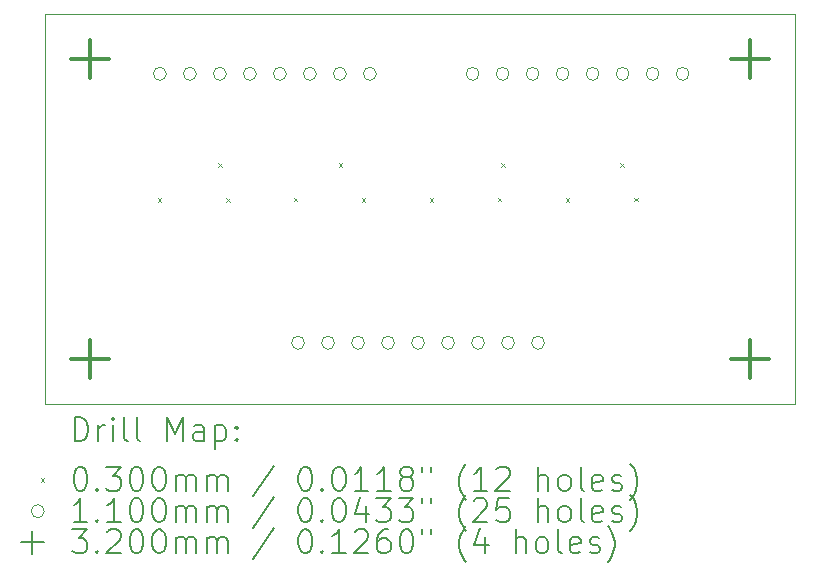
<source format=gbr>
%TF.GenerationSoftware,KiCad,Pcbnew,(6.0.7)*%
%TF.CreationDate,2023-06-29T10:47:57-07:00*%
%TF.ProjectId,Solenoid Board Ground Systems,536f6c65-6e6f-4696-9420-426f61726420,rev?*%
%TF.SameCoordinates,Original*%
%TF.FileFunction,Drillmap*%
%TF.FilePolarity,Positive*%
%FSLAX45Y45*%
G04 Gerber Fmt 4.5, Leading zero omitted, Abs format (unit mm)*
G04 Created by KiCad (PCBNEW (6.0.7)) date 2023-06-29 10:47:57*
%MOMM*%
%LPD*%
G01*
G04 APERTURE LIST*
%ADD10C,0.100000*%
%ADD11C,0.200000*%
%ADD12C,0.030000*%
%ADD13C,0.110000*%
%ADD14C,0.320000*%
G04 APERTURE END LIST*
D10*
X2540000Y-2540000D02*
X8890000Y-2540000D01*
X8890000Y-2540000D02*
X8890000Y-5842000D01*
X8890000Y-5842000D02*
X2540000Y-5842000D01*
X2540000Y-5842000D02*
X2540000Y-2540000D01*
D11*
D12*
X3497500Y-4100000D02*
X3527500Y-4130000D01*
X3527500Y-4100000D02*
X3497500Y-4130000D01*
X4009950Y-3804642D02*
X4039950Y-3834642D01*
X4039950Y-3804642D02*
X4009950Y-3834642D01*
X4075000Y-4100000D02*
X4105000Y-4130000D01*
X4105000Y-4100000D02*
X4075000Y-4130000D01*
X4647500Y-4097500D02*
X4677500Y-4127500D01*
X4677500Y-4097500D02*
X4647500Y-4127500D01*
X5027450Y-3805000D02*
X5057450Y-3835000D01*
X5057450Y-3805000D02*
X5027450Y-3835000D01*
X5222500Y-4100000D02*
X5252500Y-4130000D01*
X5252500Y-4100000D02*
X5222500Y-4130000D01*
X5800000Y-4100000D02*
X5830000Y-4130000D01*
X5830000Y-4100000D02*
X5800000Y-4130000D01*
X6375000Y-4097500D02*
X6405000Y-4127500D01*
X6405000Y-4097500D02*
X6375000Y-4127500D01*
X6402450Y-3805000D02*
X6432450Y-3835000D01*
X6432450Y-3805000D02*
X6402450Y-3835000D01*
X6950000Y-4100000D02*
X6980000Y-4130000D01*
X6980000Y-4100000D02*
X6950000Y-4130000D01*
X7412500Y-3805000D02*
X7442500Y-3835000D01*
X7442500Y-3805000D02*
X7412500Y-3835000D01*
X7530000Y-4097500D02*
X7560000Y-4127500D01*
X7560000Y-4097500D02*
X7530000Y-4127500D01*
D13*
X3569000Y-3048000D02*
G75*
G03*
X3569000Y-3048000I-55000J0D01*
G01*
X3823000Y-3048000D02*
G75*
G03*
X3823000Y-3048000I-55000J0D01*
G01*
X4077000Y-3048000D02*
G75*
G03*
X4077000Y-3048000I-55000J0D01*
G01*
X4331000Y-3048000D02*
G75*
G03*
X4331000Y-3048000I-55000J0D01*
G01*
X4585000Y-3048000D02*
G75*
G03*
X4585000Y-3048000I-55000J0D01*
G01*
X4739000Y-5325000D02*
G75*
G03*
X4739000Y-5325000I-55000J0D01*
G01*
X4839000Y-3048000D02*
G75*
G03*
X4839000Y-3048000I-55000J0D01*
G01*
X4993000Y-5325000D02*
G75*
G03*
X4993000Y-5325000I-55000J0D01*
G01*
X5093000Y-3048000D02*
G75*
G03*
X5093000Y-3048000I-55000J0D01*
G01*
X5247000Y-5325000D02*
G75*
G03*
X5247000Y-5325000I-55000J0D01*
G01*
X5347000Y-3048000D02*
G75*
G03*
X5347000Y-3048000I-55000J0D01*
G01*
X5501000Y-5325000D02*
G75*
G03*
X5501000Y-5325000I-55000J0D01*
G01*
X5755000Y-5325000D02*
G75*
G03*
X5755000Y-5325000I-55000J0D01*
G01*
X6009000Y-5325000D02*
G75*
G03*
X6009000Y-5325000I-55000J0D01*
G01*
X6217040Y-3048000D02*
G75*
G03*
X6217040Y-3048000I-55000J0D01*
G01*
X6263000Y-5325000D02*
G75*
G03*
X6263000Y-5325000I-55000J0D01*
G01*
X6471040Y-3048000D02*
G75*
G03*
X6471040Y-3048000I-55000J0D01*
G01*
X6517000Y-5325000D02*
G75*
G03*
X6517000Y-5325000I-55000J0D01*
G01*
X6725040Y-3048000D02*
G75*
G03*
X6725040Y-3048000I-55000J0D01*
G01*
X6771000Y-5325000D02*
G75*
G03*
X6771000Y-5325000I-55000J0D01*
G01*
X6979040Y-3048000D02*
G75*
G03*
X6979040Y-3048000I-55000J0D01*
G01*
X7233040Y-3048000D02*
G75*
G03*
X7233040Y-3048000I-55000J0D01*
G01*
X7487040Y-3048000D02*
G75*
G03*
X7487040Y-3048000I-55000J0D01*
G01*
X7741040Y-3048000D02*
G75*
G03*
X7741040Y-3048000I-55000J0D01*
G01*
X7995040Y-3048000D02*
G75*
G03*
X7995040Y-3048000I-55000J0D01*
G01*
D14*
X2921000Y-2761000D02*
X2921000Y-3081000D01*
X2761000Y-2921000D02*
X3081000Y-2921000D01*
X2921000Y-5301000D02*
X2921000Y-5621000D01*
X2761000Y-5461000D02*
X3081000Y-5461000D01*
X8509000Y-2761000D02*
X8509000Y-3081000D01*
X8349000Y-2921000D02*
X8669000Y-2921000D01*
X8509000Y-5301000D02*
X8509000Y-5621000D01*
X8349000Y-5461000D02*
X8669000Y-5461000D01*
D11*
X2792619Y-6157476D02*
X2792619Y-5957476D01*
X2840238Y-5957476D01*
X2868809Y-5967000D01*
X2887857Y-5986048D01*
X2897381Y-6005095D01*
X2906905Y-6043190D01*
X2906905Y-6071762D01*
X2897381Y-6109857D01*
X2887857Y-6128905D01*
X2868809Y-6147952D01*
X2840238Y-6157476D01*
X2792619Y-6157476D01*
X2992619Y-6157476D02*
X2992619Y-6024143D01*
X2992619Y-6062238D02*
X3002143Y-6043190D01*
X3011667Y-6033667D01*
X3030714Y-6024143D01*
X3049762Y-6024143D01*
X3116428Y-6157476D02*
X3116428Y-6024143D01*
X3116428Y-5957476D02*
X3106905Y-5967000D01*
X3116428Y-5976524D01*
X3125952Y-5967000D01*
X3116428Y-5957476D01*
X3116428Y-5976524D01*
X3240238Y-6157476D02*
X3221190Y-6147952D01*
X3211667Y-6128905D01*
X3211667Y-5957476D01*
X3345000Y-6157476D02*
X3325952Y-6147952D01*
X3316428Y-6128905D01*
X3316428Y-5957476D01*
X3573571Y-6157476D02*
X3573571Y-5957476D01*
X3640238Y-6100333D01*
X3706905Y-5957476D01*
X3706905Y-6157476D01*
X3887857Y-6157476D02*
X3887857Y-6052714D01*
X3878333Y-6033667D01*
X3859286Y-6024143D01*
X3821190Y-6024143D01*
X3802143Y-6033667D01*
X3887857Y-6147952D02*
X3868809Y-6157476D01*
X3821190Y-6157476D01*
X3802143Y-6147952D01*
X3792619Y-6128905D01*
X3792619Y-6109857D01*
X3802143Y-6090809D01*
X3821190Y-6081286D01*
X3868809Y-6081286D01*
X3887857Y-6071762D01*
X3983095Y-6024143D02*
X3983095Y-6224143D01*
X3983095Y-6033667D02*
X4002143Y-6024143D01*
X4040238Y-6024143D01*
X4059286Y-6033667D01*
X4068809Y-6043190D01*
X4078333Y-6062238D01*
X4078333Y-6119381D01*
X4068809Y-6138428D01*
X4059286Y-6147952D01*
X4040238Y-6157476D01*
X4002143Y-6157476D01*
X3983095Y-6147952D01*
X4164048Y-6138428D02*
X4173571Y-6147952D01*
X4164048Y-6157476D01*
X4154524Y-6147952D01*
X4164048Y-6138428D01*
X4164048Y-6157476D01*
X4164048Y-6033667D02*
X4173571Y-6043190D01*
X4164048Y-6052714D01*
X4154524Y-6043190D01*
X4164048Y-6033667D01*
X4164048Y-6052714D01*
D12*
X2505000Y-6472000D02*
X2535000Y-6502000D01*
X2535000Y-6472000D02*
X2505000Y-6502000D01*
D11*
X2830714Y-6377476D02*
X2849762Y-6377476D01*
X2868809Y-6387000D01*
X2878333Y-6396524D01*
X2887857Y-6415571D01*
X2897381Y-6453667D01*
X2897381Y-6501286D01*
X2887857Y-6539381D01*
X2878333Y-6558428D01*
X2868809Y-6567952D01*
X2849762Y-6577476D01*
X2830714Y-6577476D01*
X2811667Y-6567952D01*
X2802143Y-6558428D01*
X2792619Y-6539381D01*
X2783095Y-6501286D01*
X2783095Y-6453667D01*
X2792619Y-6415571D01*
X2802143Y-6396524D01*
X2811667Y-6387000D01*
X2830714Y-6377476D01*
X2983095Y-6558428D02*
X2992619Y-6567952D01*
X2983095Y-6577476D01*
X2973571Y-6567952D01*
X2983095Y-6558428D01*
X2983095Y-6577476D01*
X3059286Y-6377476D02*
X3183095Y-6377476D01*
X3116428Y-6453667D01*
X3145000Y-6453667D01*
X3164048Y-6463190D01*
X3173571Y-6472714D01*
X3183095Y-6491762D01*
X3183095Y-6539381D01*
X3173571Y-6558428D01*
X3164048Y-6567952D01*
X3145000Y-6577476D01*
X3087857Y-6577476D01*
X3068809Y-6567952D01*
X3059286Y-6558428D01*
X3306905Y-6377476D02*
X3325952Y-6377476D01*
X3345000Y-6387000D01*
X3354524Y-6396524D01*
X3364048Y-6415571D01*
X3373571Y-6453667D01*
X3373571Y-6501286D01*
X3364048Y-6539381D01*
X3354524Y-6558428D01*
X3345000Y-6567952D01*
X3325952Y-6577476D01*
X3306905Y-6577476D01*
X3287857Y-6567952D01*
X3278333Y-6558428D01*
X3268809Y-6539381D01*
X3259286Y-6501286D01*
X3259286Y-6453667D01*
X3268809Y-6415571D01*
X3278333Y-6396524D01*
X3287857Y-6387000D01*
X3306905Y-6377476D01*
X3497381Y-6377476D02*
X3516428Y-6377476D01*
X3535476Y-6387000D01*
X3545000Y-6396524D01*
X3554524Y-6415571D01*
X3564048Y-6453667D01*
X3564048Y-6501286D01*
X3554524Y-6539381D01*
X3545000Y-6558428D01*
X3535476Y-6567952D01*
X3516428Y-6577476D01*
X3497381Y-6577476D01*
X3478333Y-6567952D01*
X3468809Y-6558428D01*
X3459286Y-6539381D01*
X3449762Y-6501286D01*
X3449762Y-6453667D01*
X3459286Y-6415571D01*
X3468809Y-6396524D01*
X3478333Y-6387000D01*
X3497381Y-6377476D01*
X3649762Y-6577476D02*
X3649762Y-6444143D01*
X3649762Y-6463190D02*
X3659286Y-6453667D01*
X3678333Y-6444143D01*
X3706905Y-6444143D01*
X3725952Y-6453667D01*
X3735476Y-6472714D01*
X3735476Y-6577476D01*
X3735476Y-6472714D02*
X3745000Y-6453667D01*
X3764048Y-6444143D01*
X3792619Y-6444143D01*
X3811667Y-6453667D01*
X3821190Y-6472714D01*
X3821190Y-6577476D01*
X3916428Y-6577476D02*
X3916428Y-6444143D01*
X3916428Y-6463190D02*
X3925952Y-6453667D01*
X3945000Y-6444143D01*
X3973571Y-6444143D01*
X3992619Y-6453667D01*
X4002143Y-6472714D01*
X4002143Y-6577476D01*
X4002143Y-6472714D02*
X4011667Y-6453667D01*
X4030714Y-6444143D01*
X4059286Y-6444143D01*
X4078333Y-6453667D01*
X4087857Y-6472714D01*
X4087857Y-6577476D01*
X4478333Y-6367952D02*
X4306905Y-6625095D01*
X4735476Y-6377476D02*
X4754524Y-6377476D01*
X4773571Y-6387000D01*
X4783095Y-6396524D01*
X4792619Y-6415571D01*
X4802143Y-6453667D01*
X4802143Y-6501286D01*
X4792619Y-6539381D01*
X4783095Y-6558428D01*
X4773571Y-6567952D01*
X4754524Y-6577476D01*
X4735476Y-6577476D01*
X4716429Y-6567952D01*
X4706905Y-6558428D01*
X4697381Y-6539381D01*
X4687857Y-6501286D01*
X4687857Y-6453667D01*
X4697381Y-6415571D01*
X4706905Y-6396524D01*
X4716429Y-6387000D01*
X4735476Y-6377476D01*
X4887857Y-6558428D02*
X4897381Y-6567952D01*
X4887857Y-6577476D01*
X4878333Y-6567952D01*
X4887857Y-6558428D01*
X4887857Y-6577476D01*
X5021190Y-6377476D02*
X5040238Y-6377476D01*
X5059286Y-6387000D01*
X5068810Y-6396524D01*
X5078333Y-6415571D01*
X5087857Y-6453667D01*
X5087857Y-6501286D01*
X5078333Y-6539381D01*
X5068810Y-6558428D01*
X5059286Y-6567952D01*
X5040238Y-6577476D01*
X5021190Y-6577476D01*
X5002143Y-6567952D01*
X4992619Y-6558428D01*
X4983095Y-6539381D01*
X4973571Y-6501286D01*
X4973571Y-6453667D01*
X4983095Y-6415571D01*
X4992619Y-6396524D01*
X5002143Y-6387000D01*
X5021190Y-6377476D01*
X5278333Y-6577476D02*
X5164048Y-6577476D01*
X5221190Y-6577476D02*
X5221190Y-6377476D01*
X5202143Y-6406048D01*
X5183095Y-6425095D01*
X5164048Y-6434619D01*
X5468810Y-6577476D02*
X5354524Y-6577476D01*
X5411667Y-6577476D02*
X5411667Y-6377476D01*
X5392619Y-6406048D01*
X5373571Y-6425095D01*
X5354524Y-6434619D01*
X5583095Y-6463190D02*
X5564048Y-6453667D01*
X5554524Y-6444143D01*
X5545000Y-6425095D01*
X5545000Y-6415571D01*
X5554524Y-6396524D01*
X5564048Y-6387000D01*
X5583095Y-6377476D01*
X5621190Y-6377476D01*
X5640238Y-6387000D01*
X5649762Y-6396524D01*
X5659286Y-6415571D01*
X5659286Y-6425095D01*
X5649762Y-6444143D01*
X5640238Y-6453667D01*
X5621190Y-6463190D01*
X5583095Y-6463190D01*
X5564048Y-6472714D01*
X5554524Y-6482238D01*
X5545000Y-6501286D01*
X5545000Y-6539381D01*
X5554524Y-6558428D01*
X5564048Y-6567952D01*
X5583095Y-6577476D01*
X5621190Y-6577476D01*
X5640238Y-6567952D01*
X5649762Y-6558428D01*
X5659286Y-6539381D01*
X5659286Y-6501286D01*
X5649762Y-6482238D01*
X5640238Y-6472714D01*
X5621190Y-6463190D01*
X5735476Y-6377476D02*
X5735476Y-6415571D01*
X5811667Y-6377476D02*
X5811667Y-6415571D01*
X6106905Y-6653667D02*
X6097381Y-6644143D01*
X6078333Y-6615571D01*
X6068809Y-6596524D01*
X6059286Y-6567952D01*
X6049762Y-6520333D01*
X6049762Y-6482238D01*
X6059286Y-6434619D01*
X6068809Y-6406048D01*
X6078333Y-6387000D01*
X6097381Y-6358428D01*
X6106905Y-6348905D01*
X6287857Y-6577476D02*
X6173571Y-6577476D01*
X6230714Y-6577476D02*
X6230714Y-6377476D01*
X6211667Y-6406048D01*
X6192619Y-6425095D01*
X6173571Y-6434619D01*
X6364048Y-6396524D02*
X6373571Y-6387000D01*
X6392619Y-6377476D01*
X6440238Y-6377476D01*
X6459286Y-6387000D01*
X6468809Y-6396524D01*
X6478333Y-6415571D01*
X6478333Y-6434619D01*
X6468809Y-6463190D01*
X6354524Y-6577476D01*
X6478333Y-6577476D01*
X6716428Y-6577476D02*
X6716428Y-6377476D01*
X6802143Y-6577476D02*
X6802143Y-6472714D01*
X6792619Y-6453667D01*
X6773571Y-6444143D01*
X6745000Y-6444143D01*
X6725952Y-6453667D01*
X6716428Y-6463190D01*
X6925952Y-6577476D02*
X6906905Y-6567952D01*
X6897381Y-6558428D01*
X6887857Y-6539381D01*
X6887857Y-6482238D01*
X6897381Y-6463190D01*
X6906905Y-6453667D01*
X6925952Y-6444143D01*
X6954524Y-6444143D01*
X6973571Y-6453667D01*
X6983095Y-6463190D01*
X6992619Y-6482238D01*
X6992619Y-6539381D01*
X6983095Y-6558428D01*
X6973571Y-6567952D01*
X6954524Y-6577476D01*
X6925952Y-6577476D01*
X7106905Y-6577476D02*
X7087857Y-6567952D01*
X7078333Y-6548905D01*
X7078333Y-6377476D01*
X7259286Y-6567952D02*
X7240238Y-6577476D01*
X7202143Y-6577476D01*
X7183095Y-6567952D01*
X7173571Y-6548905D01*
X7173571Y-6472714D01*
X7183095Y-6453667D01*
X7202143Y-6444143D01*
X7240238Y-6444143D01*
X7259286Y-6453667D01*
X7268809Y-6472714D01*
X7268809Y-6491762D01*
X7173571Y-6510809D01*
X7345000Y-6567952D02*
X7364048Y-6577476D01*
X7402143Y-6577476D01*
X7421190Y-6567952D01*
X7430714Y-6548905D01*
X7430714Y-6539381D01*
X7421190Y-6520333D01*
X7402143Y-6510809D01*
X7373571Y-6510809D01*
X7354524Y-6501286D01*
X7345000Y-6482238D01*
X7345000Y-6472714D01*
X7354524Y-6453667D01*
X7373571Y-6444143D01*
X7402143Y-6444143D01*
X7421190Y-6453667D01*
X7497381Y-6653667D02*
X7506905Y-6644143D01*
X7525952Y-6615571D01*
X7535476Y-6596524D01*
X7545000Y-6567952D01*
X7554524Y-6520333D01*
X7554524Y-6482238D01*
X7545000Y-6434619D01*
X7535476Y-6406048D01*
X7525952Y-6387000D01*
X7506905Y-6358428D01*
X7497381Y-6348905D01*
D13*
X2535000Y-6751000D02*
G75*
G03*
X2535000Y-6751000I-55000J0D01*
G01*
D11*
X2897381Y-6841476D02*
X2783095Y-6841476D01*
X2840238Y-6841476D02*
X2840238Y-6641476D01*
X2821190Y-6670048D01*
X2802143Y-6689095D01*
X2783095Y-6698619D01*
X2983095Y-6822428D02*
X2992619Y-6831952D01*
X2983095Y-6841476D01*
X2973571Y-6831952D01*
X2983095Y-6822428D01*
X2983095Y-6841476D01*
X3183095Y-6841476D02*
X3068809Y-6841476D01*
X3125952Y-6841476D02*
X3125952Y-6641476D01*
X3106905Y-6670048D01*
X3087857Y-6689095D01*
X3068809Y-6698619D01*
X3306905Y-6641476D02*
X3325952Y-6641476D01*
X3345000Y-6651000D01*
X3354524Y-6660524D01*
X3364048Y-6679571D01*
X3373571Y-6717667D01*
X3373571Y-6765286D01*
X3364048Y-6803381D01*
X3354524Y-6822428D01*
X3345000Y-6831952D01*
X3325952Y-6841476D01*
X3306905Y-6841476D01*
X3287857Y-6831952D01*
X3278333Y-6822428D01*
X3268809Y-6803381D01*
X3259286Y-6765286D01*
X3259286Y-6717667D01*
X3268809Y-6679571D01*
X3278333Y-6660524D01*
X3287857Y-6651000D01*
X3306905Y-6641476D01*
X3497381Y-6641476D02*
X3516428Y-6641476D01*
X3535476Y-6651000D01*
X3545000Y-6660524D01*
X3554524Y-6679571D01*
X3564048Y-6717667D01*
X3564048Y-6765286D01*
X3554524Y-6803381D01*
X3545000Y-6822428D01*
X3535476Y-6831952D01*
X3516428Y-6841476D01*
X3497381Y-6841476D01*
X3478333Y-6831952D01*
X3468809Y-6822428D01*
X3459286Y-6803381D01*
X3449762Y-6765286D01*
X3449762Y-6717667D01*
X3459286Y-6679571D01*
X3468809Y-6660524D01*
X3478333Y-6651000D01*
X3497381Y-6641476D01*
X3649762Y-6841476D02*
X3649762Y-6708143D01*
X3649762Y-6727190D02*
X3659286Y-6717667D01*
X3678333Y-6708143D01*
X3706905Y-6708143D01*
X3725952Y-6717667D01*
X3735476Y-6736714D01*
X3735476Y-6841476D01*
X3735476Y-6736714D02*
X3745000Y-6717667D01*
X3764048Y-6708143D01*
X3792619Y-6708143D01*
X3811667Y-6717667D01*
X3821190Y-6736714D01*
X3821190Y-6841476D01*
X3916428Y-6841476D02*
X3916428Y-6708143D01*
X3916428Y-6727190D02*
X3925952Y-6717667D01*
X3945000Y-6708143D01*
X3973571Y-6708143D01*
X3992619Y-6717667D01*
X4002143Y-6736714D01*
X4002143Y-6841476D01*
X4002143Y-6736714D02*
X4011667Y-6717667D01*
X4030714Y-6708143D01*
X4059286Y-6708143D01*
X4078333Y-6717667D01*
X4087857Y-6736714D01*
X4087857Y-6841476D01*
X4478333Y-6631952D02*
X4306905Y-6889095D01*
X4735476Y-6641476D02*
X4754524Y-6641476D01*
X4773571Y-6651000D01*
X4783095Y-6660524D01*
X4792619Y-6679571D01*
X4802143Y-6717667D01*
X4802143Y-6765286D01*
X4792619Y-6803381D01*
X4783095Y-6822428D01*
X4773571Y-6831952D01*
X4754524Y-6841476D01*
X4735476Y-6841476D01*
X4716429Y-6831952D01*
X4706905Y-6822428D01*
X4697381Y-6803381D01*
X4687857Y-6765286D01*
X4687857Y-6717667D01*
X4697381Y-6679571D01*
X4706905Y-6660524D01*
X4716429Y-6651000D01*
X4735476Y-6641476D01*
X4887857Y-6822428D02*
X4897381Y-6831952D01*
X4887857Y-6841476D01*
X4878333Y-6831952D01*
X4887857Y-6822428D01*
X4887857Y-6841476D01*
X5021190Y-6641476D02*
X5040238Y-6641476D01*
X5059286Y-6651000D01*
X5068810Y-6660524D01*
X5078333Y-6679571D01*
X5087857Y-6717667D01*
X5087857Y-6765286D01*
X5078333Y-6803381D01*
X5068810Y-6822428D01*
X5059286Y-6831952D01*
X5040238Y-6841476D01*
X5021190Y-6841476D01*
X5002143Y-6831952D01*
X4992619Y-6822428D01*
X4983095Y-6803381D01*
X4973571Y-6765286D01*
X4973571Y-6717667D01*
X4983095Y-6679571D01*
X4992619Y-6660524D01*
X5002143Y-6651000D01*
X5021190Y-6641476D01*
X5259286Y-6708143D02*
X5259286Y-6841476D01*
X5211667Y-6631952D02*
X5164048Y-6774809D01*
X5287857Y-6774809D01*
X5345000Y-6641476D02*
X5468810Y-6641476D01*
X5402143Y-6717667D01*
X5430714Y-6717667D01*
X5449762Y-6727190D01*
X5459286Y-6736714D01*
X5468810Y-6755762D01*
X5468810Y-6803381D01*
X5459286Y-6822428D01*
X5449762Y-6831952D01*
X5430714Y-6841476D01*
X5373571Y-6841476D01*
X5354524Y-6831952D01*
X5345000Y-6822428D01*
X5535476Y-6641476D02*
X5659286Y-6641476D01*
X5592619Y-6717667D01*
X5621190Y-6717667D01*
X5640238Y-6727190D01*
X5649762Y-6736714D01*
X5659286Y-6755762D01*
X5659286Y-6803381D01*
X5649762Y-6822428D01*
X5640238Y-6831952D01*
X5621190Y-6841476D01*
X5564048Y-6841476D01*
X5545000Y-6831952D01*
X5535476Y-6822428D01*
X5735476Y-6641476D02*
X5735476Y-6679571D01*
X5811667Y-6641476D02*
X5811667Y-6679571D01*
X6106905Y-6917667D02*
X6097381Y-6908143D01*
X6078333Y-6879571D01*
X6068809Y-6860524D01*
X6059286Y-6831952D01*
X6049762Y-6784333D01*
X6049762Y-6746238D01*
X6059286Y-6698619D01*
X6068809Y-6670048D01*
X6078333Y-6651000D01*
X6097381Y-6622428D01*
X6106905Y-6612905D01*
X6173571Y-6660524D02*
X6183095Y-6651000D01*
X6202143Y-6641476D01*
X6249762Y-6641476D01*
X6268809Y-6651000D01*
X6278333Y-6660524D01*
X6287857Y-6679571D01*
X6287857Y-6698619D01*
X6278333Y-6727190D01*
X6164048Y-6841476D01*
X6287857Y-6841476D01*
X6468809Y-6641476D02*
X6373571Y-6641476D01*
X6364048Y-6736714D01*
X6373571Y-6727190D01*
X6392619Y-6717667D01*
X6440238Y-6717667D01*
X6459286Y-6727190D01*
X6468809Y-6736714D01*
X6478333Y-6755762D01*
X6478333Y-6803381D01*
X6468809Y-6822428D01*
X6459286Y-6831952D01*
X6440238Y-6841476D01*
X6392619Y-6841476D01*
X6373571Y-6831952D01*
X6364048Y-6822428D01*
X6716428Y-6841476D02*
X6716428Y-6641476D01*
X6802143Y-6841476D02*
X6802143Y-6736714D01*
X6792619Y-6717667D01*
X6773571Y-6708143D01*
X6745000Y-6708143D01*
X6725952Y-6717667D01*
X6716428Y-6727190D01*
X6925952Y-6841476D02*
X6906905Y-6831952D01*
X6897381Y-6822428D01*
X6887857Y-6803381D01*
X6887857Y-6746238D01*
X6897381Y-6727190D01*
X6906905Y-6717667D01*
X6925952Y-6708143D01*
X6954524Y-6708143D01*
X6973571Y-6717667D01*
X6983095Y-6727190D01*
X6992619Y-6746238D01*
X6992619Y-6803381D01*
X6983095Y-6822428D01*
X6973571Y-6831952D01*
X6954524Y-6841476D01*
X6925952Y-6841476D01*
X7106905Y-6841476D02*
X7087857Y-6831952D01*
X7078333Y-6812905D01*
X7078333Y-6641476D01*
X7259286Y-6831952D02*
X7240238Y-6841476D01*
X7202143Y-6841476D01*
X7183095Y-6831952D01*
X7173571Y-6812905D01*
X7173571Y-6736714D01*
X7183095Y-6717667D01*
X7202143Y-6708143D01*
X7240238Y-6708143D01*
X7259286Y-6717667D01*
X7268809Y-6736714D01*
X7268809Y-6755762D01*
X7173571Y-6774809D01*
X7345000Y-6831952D02*
X7364048Y-6841476D01*
X7402143Y-6841476D01*
X7421190Y-6831952D01*
X7430714Y-6812905D01*
X7430714Y-6803381D01*
X7421190Y-6784333D01*
X7402143Y-6774809D01*
X7373571Y-6774809D01*
X7354524Y-6765286D01*
X7345000Y-6746238D01*
X7345000Y-6736714D01*
X7354524Y-6717667D01*
X7373571Y-6708143D01*
X7402143Y-6708143D01*
X7421190Y-6717667D01*
X7497381Y-6917667D02*
X7506905Y-6908143D01*
X7525952Y-6879571D01*
X7535476Y-6860524D01*
X7545000Y-6831952D01*
X7554524Y-6784333D01*
X7554524Y-6746238D01*
X7545000Y-6698619D01*
X7535476Y-6670048D01*
X7525952Y-6651000D01*
X7506905Y-6622428D01*
X7497381Y-6612905D01*
X2435000Y-6915000D02*
X2435000Y-7115000D01*
X2335000Y-7015000D02*
X2535000Y-7015000D01*
X2773571Y-6905476D02*
X2897381Y-6905476D01*
X2830714Y-6981667D01*
X2859286Y-6981667D01*
X2878333Y-6991190D01*
X2887857Y-7000714D01*
X2897381Y-7019762D01*
X2897381Y-7067381D01*
X2887857Y-7086428D01*
X2878333Y-7095952D01*
X2859286Y-7105476D01*
X2802143Y-7105476D01*
X2783095Y-7095952D01*
X2773571Y-7086428D01*
X2983095Y-7086428D02*
X2992619Y-7095952D01*
X2983095Y-7105476D01*
X2973571Y-7095952D01*
X2983095Y-7086428D01*
X2983095Y-7105476D01*
X3068809Y-6924524D02*
X3078333Y-6915000D01*
X3097381Y-6905476D01*
X3145000Y-6905476D01*
X3164048Y-6915000D01*
X3173571Y-6924524D01*
X3183095Y-6943571D01*
X3183095Y-6962619D01*
X3173571Y-6991190D01*
X3059286Y-7105476D01*
X3183095Y-7105476D01*
X3306905Y-6905476D02*
X3325952Y-6905476D01*
X3345000Y-6915000D01*
X3354524Y-6924524D01*
X3364048Y-6943571D01*
X3373571Y-6981667D01*
X3373571Y-7029286D01*
X3364048Y-7067381D01*
X3354524Y-7086428D01*
X3345000Y-7095952D01*
X3325952Y-7105476D01*
X3306905Y-7105476D01*
X3287857Y-7095952D01*
X3278333Y-7086428D01*
X3268809Y-7067381D01*
X3259286Y-7029286D01*
X3259286Y-6981667D01*
X3268809Y-6943571D01*
X3278333Y-6924524D01*
X3287857Y-6915000D01*
X3306905Y-6905476D01*
X3497381Y-6905476D02*
X3516428Y-6905476D01*
X3535476Y-6915000D01*
X3545000Y-6924524D01*
X3554524Y-6943571D01*
X3564048Y-6981667D01*
X3564048Y-7029286D01*
X3554524Y-7067381D01*
X3545000Y-7086428D01*
X3535476Y-7095952D01*
X3516428Y-7105476D01*
X3497381Y-7105476D01*
X3478333Y-7095952D01*
X3468809Y-7086428D01*
X3459286Y-7067381D01*
X3449762Y-7029286D01*
X3449762Y-6981667D01*
X3459286Y-6943571D01*
X3468809Y-6924524D01*
X3478333Y-6915000D01*
X3497381Y-6905476D01*
X3649762Y-7105476D02*
X3649762Y-6972143D01*
X3649762Y-6991190D02*
X3659286Y-6981667D01*
X3678333Y-6972143D01*
X3706905Y-6972143D01*
X3725952Y-6981667D01*
X3735476Y-7000714D01*
X3735476Y-7105476D01*
X3735476Y-7000714D02*
X3745000Y-6981667D01*
X3764048Y-6972143D01*
X3792619Y-6972143D01*
X3811667Y-6981667D01*
X3821190Y-7000714D01*
X3821190Y-7105476D01*
X3916428Y-7105476D02*
X3916428Y-6972143D01*
X3916428Y-6991190D02*
X3925952Y-6981667D01*
X3945000Y-6972143D01*
X3973571Y-6972143D01*
X3992619Y-6981667D01*
X4002143Y-7000714D01*
X4002143Y-7105476D01*
X4002143Y-7000714D02*
X4011667Y-6981667D01*
X4030714Y-6972143D01*
X4059286Y-6972143D01*
X4078333Y-6981667D01*
X4087857Y-7000714D01*
X4087857Y-7105476D01*
X4478333Y-6895952D02*
X4306905Y-7153095D01*
X4735476Y-6905476D02*
X4754524Y-6905476D01*
X4773571Y-6915000D01*
X4783095Y-6924524D01*
X4792619Y-6943571D01*
X4802143Y-6981667D01*
X4802143Y-7029286D01*
X4792619Y-7067381D01*
X4783095Y-7086428D01*
X4773571Y-7095952D01*
X4754524Y-7105476D01*
X4735476Y-7105476D01*
X4716429Y-7095952D01*
X4706905Y-7086428D01*
X4697381Y-7067381D01*
X4687857Y-7029286D01*
X4687857Y-6981667D01*
X4697381Y-6943571D01*
X4706905Y-6924524D01*
X4716429Y-6915000D01*
X4735476Y-6905476D01*
X4887857Y-7086428D02*
X4897381Y-7095952D01*
X4887857Y-7105476D01*
X4878333Y-7095952D01*
X4887857Y-7086428D01*
X4887857Y-7105476D01*
X5087857Y-7105476D02*
X4973571Y-7105476D01*
X5030714Y-7105476D02*
X5030714Y-6905476D01*
X5011667Y-6934048D01*
X4992619Y-6953095D01*
X4973571Y-6962619D01*
X5164048Y-6924524D02*
X5173571Y-6915000D01*
X5192619Y-6905476D01*
X5240238Y-6905476D01*
X5259286Y-6915000D01*
X5268810Y-6924524D01*
X5278333Y-6943571D01*
X5278333Y-6962619D01*
X5268810Y-6991190D01*
X5154524Y-7105476D01*
X5278333Y-7105476D01*
X5449762Y-6905476D02*
X5411667Y-6905476D01*
X5392619Y-6915000D01*
X5383095Y-6924524D01*
X5364048Y-6953095D01*
X5354524Y-6991190D01*
X5354524Y-7067381D01*
X5364048Y-7086428D01*
X5373571Y-7095952D01*
X5392619Y-7105476D01*
X5430714Y-7105476D01*
X5449762Y-7095952D01*
X5459286Y-7086428D01*
X5468810Y-7067381D01*
X5468810Y-7019762D01*
X5459286Y-7000714D01*
X5449762Y-6991190D01*
X5430714Y-6981667D01*
X5392619Y-6981667D01*
X5373571Y-6991190D01*
X5364048Y-7000714D01*
X5354524Y-7019762D01*
X5592619Y-6905476D02*
X5611667Y-6905476D01*
X5630714Y-6915000D01*
X5640238Y-6924524D01*
X5649762Y-6943571D01*
X5659286Y-6981667D01*
X5659286Y-7029286D01*
X5649762Y-7067381D01*
X5640238Y-7086428D01*
X5630714Y-7095952D01*
X5611667Y-7105476D01*
X5592619Y-7105476D01*
X5573571Y-7095952D01*
X5564048Y-7086428D01*
X5554524Y-7067381D01*
X5545000Y-7029286D01*
X5545000Y-6981667D01*
X5554524Y-6943571D01*
X5564048Y-6924524D01*
X5573571Y-6915000D01*
X5592619Y-6905476D01*
X5735476Y-6905476D02*
X5735476Y-6943571D01*
X5811667Y-6905476D02*
X5811667Y-6943571D01*
X6106905Y-7181667D02*
X6097381Y-7172143D01*
X6078333Y-7143571D01*
X6068809Y-7124524D01*
X6059286Y-7095952D01*
X6049762Y-7048333D01*
X6049762Y-7010238D01*
X6059286Y-6962619D01*
X6068809Y-6934048D01*
X6078333Y-6915000D01*
X6097381Y-6886428D01*
X6106905Y-6876905D01*
X6268809Y-6972143D02*
X6268809Y-7105476D01*
X6221190Y-6895952D02*
X6173571Y-7038809D01*
X6297381Y-7038809D01*
X6525952Y-7105476D02*
X6525952Y-6905476D01*
X6611667Y-7105476D02*
X6611667Y-7000714D01*
X6602143Y-6981667D01*
X6583095Y-6972143D01*
X6554524Y-6972143D01*
X6535476Y-6981667D01*
X6525952Y-6991190D01*
X6735476Y-7105476D02*
X6716428Y-7095952D01*
X6706905Y-7086428D01*
X6697381Y-7067381D01*
X6697381Y-7010238D01*
X6706905Y-6991190D01*
X6716428Y-6981667D01*
X6735476Y-6972143D01*
X6764048Y-6972143D01*
X6783095Y-6981667D01*
X6792619Y-6991190D01*
X6802143Y-7010238D01*
X6802143Y-7067381D01*
X6792619Y-7086428D01*
X6783095Y-7095952D01*
X6764048Y-7105476D01*
X6735476Y-7105476D01*
X6916428Y-7105476D02*
X6897381Y-7095952D01*
X6887857Y-7076905D01*
X6887857Y-6905476D01*
X7068809Y-7095952D02*
X7049762Y-7105476D01*
X7011667Y-7105476D01*
X6992619Y-7095952D01*
X6983095Y-7076905D01*
X6983095Y-7000714D01*
X6992619Y-6981667D01*
X7011667Y-6972143D01*
X7049762Y-6972143D01*
X7068809Y-6981667D01*
X7078333Y-7000714D01*
X7078333Y-7019762D01*
X6983095Y-7038809D01*
X7154524Y-7095952D02*
X7173571Y-7105476D01*
X7211667Y-7105476D01*
X7230714Y-7095952D01*
X7240238Y-7076905D01*
X7240238Y-7067381D01*
X7230714Y-7048333D01*
X7211667Y-7038809D01*
X7183095Y-7038809D01*
X7164048Y-7029286D01*
X7154524Y-7010238D01*
X7154524Y-7000714D01*
X7164048Y-6981667D01*
X7183095Y-6972143D01*
X7211667Y-6972143D01*
X7230714Y-6981667D01*
X7306905Y-7181667D02*
X7316428Y-7172143D01*
X7335476Y-7143571D01*
X7345000Y-7124524D01*
X7354524Y-7095952D01*
X7364048Y-7048333D01*
X7364048Y-7010238D01*
X7354524Y-6962619D01*
X7345000Y-6934048D01*
X7335476Y-6915000D01*
X7316428Y-6886428D01*
X7306905Y-6876905D01*
M02*

</source>
